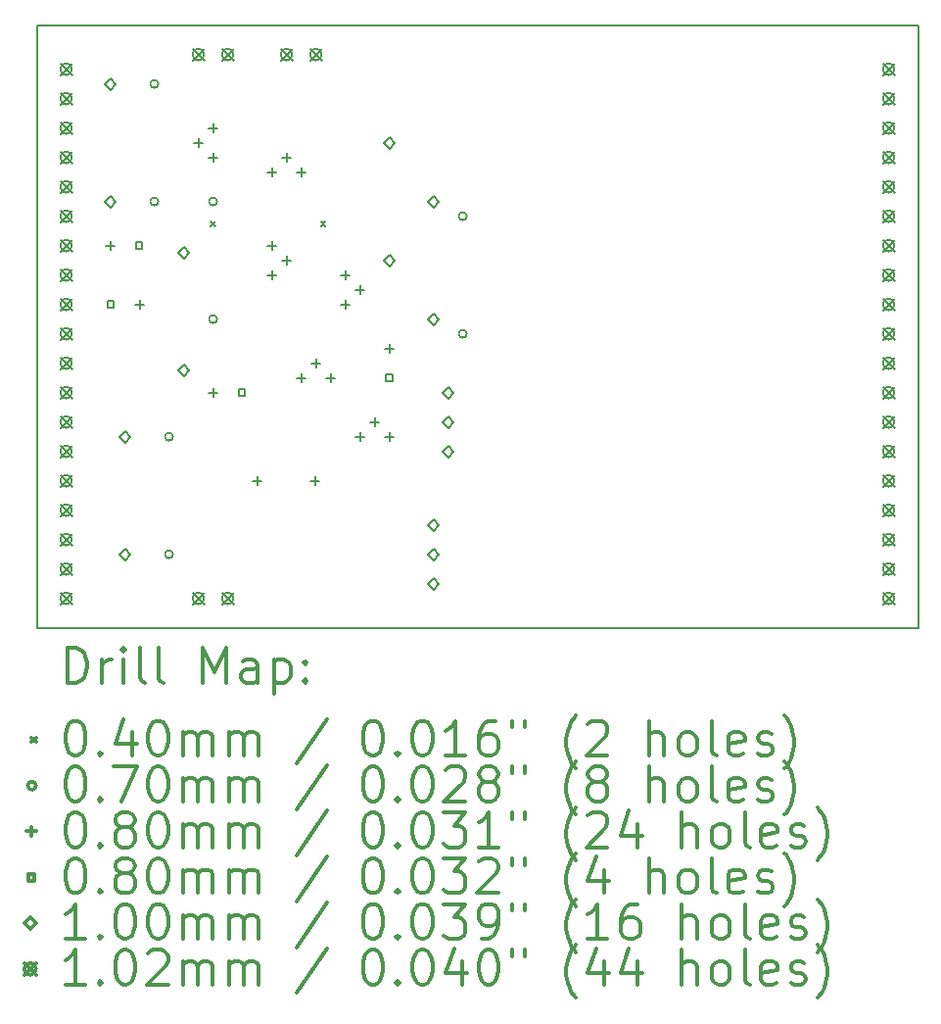
<source format=gbr>
%FSLAX45Y45*%
G04 Gerber Fmt 4.5, Leading zero omitted, Abs format (unit mm)*
G04 Created by KiCad (PCBNEW 4.0.3+e1-6302~38~ubuntu16.04.1-stable) date Thu Aug 25 12:28:59 2016*
%MOMM*%
%LPD*%
G01*
G04 APERTURE LIST*
%ADD10C,0.127000*%
%ADD11C,0.150000*%
%ADD12C,0.200000*%
%ADD13C,0.300000*%
G04 APERTURE END LIST*
D10*
D11*
X11557000Y-12954000D02*
X10287000Y-12954000D01*
X11557000Y-7747000D02*
X11557000Y-12954000D01*
X3937000Y-7747000D02*
X11557000Y-7747000D01*
X10287000Y-12954000D02*
X3937000Y-12954000D01*
X3937000Y-7747000D02*
X3937000Y-12954000D01*
D12*
X5441000Y-9441500D02*
X5481000Y-9481500D01*
X5481000Y-9441500D02*
X5441000Y-9481500D01*
X6393500Y-9441500D02*
X6433500Y-9481500D01*
X6433500Y-9441500D02*
X6393500Y-9481500D01*
X4988306Y-8255052D02*
G75*
G03X4988306Y-8255052I-35052J0D01*
G01*
X4988306Y-9271052D02*
G75*
G03X4988306Y-9271052I-35052J0D01*
G01*
X5115306Y-11303052D02*
G75*
G03X5115306Y-11303052I-35052J0D01*
G01*
X5115306Y-12319052D02*
G75*
G03X5115306Y-12319052I-35052J0D01*
G01*
X5496306Y-9271052D02*
G75*
G03X5496306Y-9271052I-35052J0D01*
G01*
X5496306Y-10287052D02*
G75*
G03X5496306Y-10287052I-35052J0D01*
G01*
X7655306Y-9398052D02*
G75*
G03X7655306Y-9398052I-35052J0D01*
G01*
X7655306Y-10414052D02*
G75*
G03X7655306Y-10414052I-35052J0D01*
G01*
X4572000Y-9612000D02*
X4572000Y-9692000D01*
X4532000Y-9652000D02*
X4612000Y-9652000D01*
X4826000Y-10120000D02*
X4826000Y-10200000D01*
X4786000Y-10160000D02*
X4866000Y-10160000D01*
X5334000Y-8723000D02*
X5334000Y-8803000D01*
X5294000Y-8763000D02*
X5374000Y-8763000D01*
X5461000Y-8596000D02*
X5461000Y-8676000D01*
X5421000Y-8636000D02*
X5501000Y-8636000D01*
X5461000Y-8850000D02*
X5461000Y-8930000D01*
X5421000Y-8890000D02*
X5501000Y-8890000D01*
X5461000Y-10882000D02*
X5461000Y-10962000D01*
X5421000Y-10922000D02*
X5501000Y-10922000D01*
X5842000Y-11644000D02*
X5842000Y-11724000D01*
X5802000Y-11684000D02*
X5882000Y-11684000D01*
X5969000Y-8977000D02*
X5969000Y-9057000D01*
X5929000Y-9017000D02*
X6009000Y-9017000D01*
X5969000Y-9612000D02*
X5969000Y-9692000D01*
X5929000Y-9652000D02*
X6009000Y-9652000D01*
X5969000Y-9866000D02*
X5969000Y-9946000D01*
X5929000Y-9906000D02*
X6009000Y-9906000D01*
X6096000Y-8850000D02*
X6096000Y-8930000D01*
X6056000Y-8890000D02*
X6136000Y-8890000D01*
X6096000Y-9739000D02*
X6096000Y-9819000D01*
X6056000Y-9779000D02*
X6136000Y-9779000D01*
X6223000Y-8977000D02*
X6223000Y-9057000D01*
X6183000Y-9017000D02*
X6263000Y-9017000D01*
X6223000Y-10755000D02*
X6223000Y-10835000D01*
X6183000Y-10795000D02*
X6263000Y-10795000D01*
X6342000Y-11644000D02*
X6342000Y-11724000D01*
X6302000Y-11684000D02*
X6382000Y-11684000D01*
X6350000Y-10628000D02*
X6350000Y-10708000D01*
X6310000Y-10668000D02*
X6390000Y-10668000D01*
X6477000Y-10755000D02*
X6477000Y-10835000D01*
X6437000Y-10795000D02*
X6517000Y-10795000D01*
X6604000Y-9866000D02*
X6604000Y-9946000D01*
X6564000Y-9906000D02*
X6644000Y-9906000D01*
X6604000Y-10120000D02*
X6604000Y-10200000D01*
X6564000Y-10160000D02*
X6644000Y-10160000D01*
X6731000Y-9993000D02*
X6731000Y-10073000D01*
X6691000Y-10033000D02*
X6771000Y-10033000D01*
X6731000Y-11263000D02*
X6731000Y-11343000D01*
X6691000Y-11303000D02*
X6771000Y-11303000D01*
X6858000Y-11136000D02*
X6858000Y-11216000D01*
X6818000Y-11176000D02*
X6898000Y-11176000D01*
X6985000Y-10501000D02*
X6985000Y-10581000D01*
X6945000Y-10541000D02*
X7025000Y-10541000D01*
X6985000Y-11263000D02*
X6985000Y-11343000D01*
X6945000Y-11303000D02*
X7025000Y-11303000D01*
X4604288Y-10188288D02*
X4604288Y-10131712D01*
X4547712Y-10131712D01*
X4547712Y-10188288D01*
X4604288Y-10188288D01*
X4850288Y-9680288D02*
X4850288Y-9623712D01*
X4793712Y-9623712D01*
X4793712Y-9680288D01*
X4850288Y-9680288D01*
X5739288Y-10950288D02*
X5739288Y-10893712D01*
X5682712Y-10893712D01*
X5682712Y-10950288D01*
X5739288Y-10950288D01*
X7013288Y-10819288D02*
X7013288Y-10762712D01*
X6956712Y-10762712D01*
X6956712Y-10819288D01*
X7013288Y-10819288D01*
X4572000Y-8305038D02*
X4622038Y-8255000D01*
X4572000Y-8204962D01*
X4521962Y-8255000D01*
X4572000Y-8305038D01*
X4572000Y-9321038D02*
X4622038Y-9271000D01*
X4572000Y-9220962D01*
X4521962Y-9271000D01*
X4572000Y-9321038D01*
X4699000Y-11353038D02*
X4749038Y-11303000D01*
X4699000Y-11252962D01*
X4648962Y-11303000D01*
X4699000Y-11353038D01*
X4699000Y-12369038D02*
X4749038Y-12319000D01*
X4699000Y-12268962D01*
X4648962Y-12319000D01*
X4699000Y-12369038D01*
X5207000Y-9765538D02*
X5257038Y-9715500D01*
X5207000Y-9665462D01*
X5156962Y-9715500D01*
X5207000Y-9765538D01*
X5207000Y-10781538D02*
X5257038Y-10731500D01*
X5207000Y-10681462D01*
X5156962Y-10731500D01*
X5207000Y-10781538D01*
X6985000Y-8813038D02*
X7035038Y-8763000D01*
X6985000Y-8712962D01*
X6934962Y-8763000D01*
X6985000Y-8813038D01*
X6985000Y-9829038D02*
X7035038Y-9779000D01*
X6985000Y-9728962D01*
X6934962Y-9779000D01*
X6985000Y-9829038D01*
X7366000Y-9321038D02*
X7416038Y-9271000D01*
X7366000Y-9220962D01*
X7315962Y-9271000D01*
X7366000Y-9321038D01*
X7366000Y-10337038D02*
X7416038Y-10287000D01*
X7366000Y-10236962D01*
X7315962Y-10287000D01*
X7366000Y-10337038D01*
X7366000Y-12115038D02*
X7416038Y-12065000D01*
X7366000Y-12014962D01*
X7315962Y-12065000D01*
X7366000Y-12115038D01*
X7366000Y-12369038D02*
X7416038Y-12319000D01*
X7366000Y-12268962D01*
X7315962Y-12319000D01*
X7366000Y-12369038D01*
X7366000Y-12623038D02*
X7416038Y-12573000D01*
X7366000Y-12522962D01*
X7315962Y-12573000D01*
X7366000Y-12623038D01*
X7493000Y-10972038D02*
X7543038Y-10922000D01*
X7493000Y-10871962D01*
X7442962Y-10922000D01*
X7493000Y-10972038D01*
X7493000Y-11226038D02*
X7543038Y-11176000D01*
X7493000Y-11125962D01*
X7442962Y-11176000D01*
X7493000Y-11226038D01*
X7493000Y-11480038D02*
X7543038Y-11430000D01*
X7493000Y-11379962D01*
X7442962Y-11430000D01*
X7493000Y-11480038D01*
X4140200Y-8077200D02*
X4241800Y-8178800D01*
X4241800Y-8077200D02*
X4140200Y-8178800D01*
X4241800Y-8128000D02*
G75*
G03X4241800Y-8128000I-50800J0D01*
G01*
X4140200Y-8331200D02*
X4241800Y-8432800D01*
X4241800Y-8331200D02*
X4140200Y-8432800D01*
X4241800Y-8382000D02*
G75*
G03X4241800Y-8382000I-50800J0D01*
G01*
X4140200Y-8585200D02*
X4241800Y-8686800D01*
X4241800Y-8585200D02*
X4140200Y-8686800D01*
X4241800Y-8636000D02*
G75*
G03X4241800Y-8636000I-50800J0D01*
G01*
X4140200Y-8839200D02*
X4241800Y-8940800D01*
X4241800Y-8839200D02*
X4140200Y-8940800D01*
X4241800Y-8890000D02*
G75*
G03X4241800Y-8890000I-50800J0D01*
G01*
X4140200Y-9093200D02*
X4241800Y-9194800D01*
X4241800Y-9093200D02*
X4140200Y-9194800D01*
X4241800Y-9144000D02*
G75*
G03X4241800Y-9144000I-50800J0D01*
G01*
X4140200Y-9347200D02*
X4241800Y-9448800D01*
X4241800Y-9347200D02*
X4140200Y-9448800D01*
X4241800Y-9398000D02*
G75*
G03X4241800Y-9398000I-50800J0D01*
G01*
X4140200Y-9601200D02*
X4241800Y-9702800D01*
X4241800Y-9601200D02*
X4140200Y-9702800D01*
X4241800Y-9652000D02*
G75*
G03X4241800Y-9652000I-50800J0D01*
G01*
X4140200Y-9855200D02*
X4241800Y-9956800D01*
X4241800Y-9855200D02*
X4140200Y-9956800D01*
X4241800Y-9906000D02*
G75*
G03X4241800Y-9906000I-50800J0D01*
G01*
X4140200Y-10109200D02*
X4241800Y-10210800D01*
X4241800Y-10109200D02*
X4140200Y-10210800D01*
X4241800Y-10160000D02*
G75*
G03X4241800Y-10160000I-50800J0D01*
G01*
X4140200Y-10363200D02*
X4241800Y-10464800D01*
X4241800Y-10363200D02*
X4140200Y-10464800D01*
X4241800Y-10414000D02*
G75*
G03X4241800Y-10414000I-50800J0D01*
G01*
X4140200Y-10617200D02*
X4241800Y-10718800D01*
X4241800Y-10617200D02*
X4140200Y-10718800D01*
X4241800Y-10668000D02*
G75*
G03X4241800Y-10668000I-50800J0D01*
G01*
X4140200Y-10871200D02*
X4241800Y-10972800D01*
X4241800Y-10871200D02*
X4140200Y-10972800D01*
X4241800Y-10922000D02*
G75*
G03X4241800Y-10922000I-50800J0D01*
G01*
X4140200Y-11125200D02*
X4241800Y-11226800D01*
X4241800Y-11125200D02*
X4140200Y-11226800D01*
X4241800Y-11176000D02*
G75*
G03X4241800Y-11176000I-50800J0D01*
G01*
X4140200Y-11379200D02*
X4241800Y-11480800D01*
X4241800Y-11379200D02*
X4140200Y-11480800D01*
X4241800Y-11430000D02*
G75*
G03X4241800Y-11430000I-50800J0D01*
G01*
X4140200Y-11633200D02*
X4241800Y-11734800D01*
X4241800Y-11633200D02*
X4140200Y-11734800D01*
X4241800Y-11684000D02*
G75*
G03X4241800Y-11684000I-50800J0D01*
G01*
X4140200Y-11887200D02*
X4241800Y-11988800D01*
X4241800Y-11887200D02*
X4140200Y-11988800D01*
X4241800Y-11938000D02*
G75*
G03X4241800Y-11938000I-50800J0D01*
G01*
X4140200Y-12141200D02*
X4241800Y-12242800D01*
X4241800Y-12141200D02*
X4140200Y-12242800D01*
X4241800Y-12192000D02*
G75*
G03X4241800Y-12192000I-50800J0D01*
G01*
X4140200Y-12395200D02*
X4241800Y-12496800D01*
X4241800Y-12395200D02*
X4140200Y-12496800D01*
X4241800Y-12446000D02*
G75*
G03X4241800Y-12446000I-50800J0D01*
G01*
X4140200Y-12649200D02*
X4241800Y-12750800D01*
X4241800Y-12649200D02*
X4140200Y-12750800D01*
X4241800Y-12700000D02*
G75*
G03X4241800Y-12700000I-50800J0D01*
G01*
X5283200Y-7950200D02*
X5384800Y-8051800D01*
X5384800Y-7950200D02*
X5283200Y-8051800D01*
X5384800Y-8001000D02*
G75*
G03X5384800Y-8001000I-50800J0D01*
G01*
X5283200Y-12649200D02*
X5384800Y-12750800D01*
X5384800Y-12649200D02*
X5283200Y-12750800D01*
X5384800Y-12700000D02*
G75*
G03X5384800Y-12700000I-50800J0D01*
G01*
X5537200Y-7950200D02*
X5638800Y-8051800D01*
X5638800Y-7950200D02*
X5537200Y-8051800D01*
X5638800Y-8001000D02*
G75*
G03X5638800Y-8001000I-50800J0D01*
G01*
X5537200Y-12649200D02*
X5638800Y-12750800D01*
X5638800Y-12649200D02*
X5537200Y-12750800D01*
X5638800Y-12700000D02*
G75*
G03X5638800Y-12700000I-50800J0D01*
G01*
X6045200Y-7950200D02*
X6146800Y-8051800D01*
X6146800Y-7950200D02*
X6045200Y-8051800D01*
X6146800Y-8001000D02*
G75*
G03X6146800Y-8001000I-50800J0D01*
G01*
X6299200Y-7950200D02*
X6400800Y-8051800D01*
X6400800Y-7950200D02*
X6299200Y-8051800D01*
X6400800Y-8001000D02*
G75*
G03X6400800Y-8001000I-50800J0D01*
G01*
X11252200Y-8077200D02*
X11353800Y-8178800D01*
X11353800Y-8077200D02*
X11252200Y-8178800D01*
X11353800Y-8128000D02*
G75*
G03X11353800Y-8128000I-50800J0D01*
G01*
X11252200Y-8331200D02*
X11353800Y-8432800D01*
X11353800Y-8331200D02*
X11252200Y-8432800D01*
X11353800Y-8382000D02*
G75*
G03X11353800Y-8382000I-50800J0D01*
G01*
X11252200Y-8585200D02*
X11353800Y-8686800D01*
X11353800Y-8585200D02*
X11252200Y-8686800D01*
X11353800Y-8636000D02*
G75*
G03X11353800Y-8636000I-50800J0D01*
G01*
X11252200Y-8839200D02*
X11353800Y-8940800D01*
X11353800Y-8839200D02*
X11252200Y-8940800D01*
X11353800Y-8890000D02*
G75*
G03X11353800Y-8890000I-50800J0D01*
G01*
X11252200Y-9093200D02*
X11353800Y-9194800D01*
X11353800Y-9093200D02*
X11252200Y-9194800D01*
X11353800Y-9144000D02*
G75*
G03X11353800Y-9144000I-50800J0D01*
G01*
X11252200Y-9347200D02*
X11353800Y-9448800D01*
X11353800Y-9347200D02*
X11252200Y-9448800D01*
X11353800Y-9398000D02*
G75*
G03X11353800Y-9398000I-50800J0D01*
G01*
X11252200Y-9601200D02*
X11353800Y-9702800D01*
X11353800Y-9601200D02*
X11252200Y-9702800D01*
X11353800Y-9652000D02*
G75*
G03X11353800Y-9652000I-50800J0D01*
G01*
X11252200Y-9855200D02*
X11353800Y-9956800D01*
X11353800Y-9855200D02*
X11252200Y-9956800D01*
X11353800Y-9906000D02*
G75*
G03X11353800Y-9906000I-50800J0D01*
G01*
X11252200Y-10109200D02*
X11353800Y-10210800D01*
X11353800Y-10109200D02*
X11252200Y-10210800D01*
X11353800Y-10160000D02*
G75*
G03X11353800Y-10160000I-50800J0D01*
G01*
X11252200Y-10363200D02*
X11353800Y-10464800D01*
X11353800Y-10363200D02*
X11252200Y-10464800D01*
X11353800Y-10414000D02*
G75*
G03X11353800Y-10414000I-50800J0D01*
G01*
X11252200Y-10617200D02*
X11353800Y-10718800D01*
X11353800Y-10617200D02*
X11252200Y-10718800D01*
X11353800Y-10668000D02*
G75*
G03X11353800Y-10668000I-50800J0D01*
G01*
X11252200Y-10871200D02*
X11353800Y-10972800D01*
X11353800Y-10871200D02*
X11252200Y-10972800D01*
X11353800Y-10922000D02*
G75*
G03X11353800Y-10922000I-50800J0D01*
G01*
X11252200Y-11125200D02*
X11353800Y-11226800D01*
X11353800Y-11125200D02*
X11252200Y-11226800D01*
X11353800Y-11176000D02*
G75*
G03X11353800Y-11176000I-50800J0D01*
G01*
X11252200Y-11379200D02*
X11353800Y-11480800D01*
X11353800Y-11379200D02*
X11252200Y-11480800D01*
X11353800Y-11430000D02*
G75*
G03X11353800Y-11430000I-50800J0D01*
G01*
X11252200Y-11633200D02*
X11353800Y-11734800D01*
X11353800Y-11633200D02*
X11252200Y-11734800D01*
X11353800Y-11684000D02*
G75*
G03X11353800Y-11684000I-50800J0D01*
G01*
X11252200Y-11887200D02*
X11353800Y-11988800D01*
X11353800Y-11887200D02*
X11252200Y-11988800D01*
X11353800Y-11938000D02*
G75*
G03X11353800Y-11938000I-50800J0D01*
G01*
X11252200Y-12141200D02*
X11353800Y-12242800D01*
X11353800Y-12141200D02*
X11252200Y-12242800D01*
X11353800Y-12192000D02*
G75*
G03X11353800Y-12192000I-50800J0D01*
G01*
X11252200Y-12395200D02*
X11353800Y-12496800D01*
X11353800Y-12395200D02*
X11252200Y-12496800D01*
X11353800Y-12446000D02*
G75*
G03X11353800Y-12446000I-50800J0D01*
G01*
X11252200Y-12649200D02*
X11353800Y-12750800D01*
X11353800Y-12649200D02*
X11252200Y-12750800D01*
X11353800Y-12700000D02*
G75*
G03X11353800Y-12700000I-50800J0D01*
G01*
D13*
X4200929Y-13427214D02*
X4200929Y-13127214D01*
X4272357Y-13127214D01*
X4315214Y-13141500D01*
X4343786Y-13170071D01*
X4358071Y-13198643D01*
X4372357Y-13255786D01*
X4372357Y-13298643D01*
X4358071Y-13355786D01*
X4343786Y-13384357D01*
X4315214Y-13412929D01*
X4272357Y-13427214D01*
X4200929Y-13427214D01*
X4500929Y-13427214D02*
X4500929Y-13227214D01*
X4500929Y-13284357D02*
X4515214Y-13255786D01*
X4529500Y-13241500D01*
X4558071Y-13227214D01*
X4586643Y-13227214D01*
X4686643Y-13427214D02*
X4686643Y-13227214D01*
X4686643Y-13127214D02*
X4672357Y-13141500D01*
X4686643Y-13155786D01*
X4700929Y-13141500D01*
X4686643Y-13127214D01*
X4686643Y-13155786D01*
X4872357Y-13427214D02*
X4843786Y-13412929D01*
X4829500Y-13384357D01*
X4829500Y-13127214D01*
X5029500Y-13427214D02*
X5000929Y-13412929D01*
X4986643Y-13384357D01*
X4986643Y-13127214D01*
X5372357Y-13427214D02*
X5372357Y-13127214D01*
X5472357Y-13341500D01*
X5572357Y-13127214D01*
X5572357Y-13427214D01*
X5843786Y-13427214D02*
X5843786Y-13270071D01*
X5829500Y-13241500D01*
X5800928Y-13227214D01*
X5743786Y-13227214D01*
X5715214Y-13241500D01*
X5843786Y-13412929D02*
X5815214Y-13427214D01*
X5743786Y-13427214D01*
X5715214Y-13412929D01*
X5700928Y-13384357D01*
X5700928Y-13355786D01*
X5715214Y-13327214D01*
X5743786Y-13312929D01*
X5815214Y-13312929D01*
X5843786Y-13298643D01*
X5986643Y-13227214D02*
X5986643Y-13527214D01*
X5986643Y-13241500D02*
X6015214Y-13227214D01*
X6072357Y-13227214D01*
X6100928Y-13241500D01*
X6115214Y-13255786D01*
X6129500Y-13284357D01*
X6129500Y-13370071D01*
X6115214Y-13398643D01*
X6100928Y-13412929D01*
X6072357Y-13427214D01*
X6015214Y-13427214D01*
X5986643Y-13412929D01*
X6258071Y-13398643D02*
X6272357Y-13412929D01*
X6258071Y-13427214D01*
X6243786Y-13412929D01*
X6258071Y-13398643D01*
X6258071Y-13427214D01*
X6258071Y-13241500D02*
X6272357Y-13255786D01*
X6258071Y-13270071D01*
X6243786Y-13255786D01*
X6258071Y-13241500D01*
X6258071Y-13270071D01*
X3889500Y-13901500D02*
X3929500Y-13941500D01*
X3929500Y-13901500D02*
X3889500Y-13941500D01*
X4258071Y-13757214D02*
X4286643Y-13757214D01*
X4315214Y-13771500D01*
X4329500Y-13785786D01*
X4343786Y-13814357D01*
X4358071Y-13871500D01*
X4358071Y-13942929D01*
X4343786Y-14000071D01*
X4329500Y-14028643D01*
X4315214Y-14042929D01*
X4286643Y-14057214D01*
X4258071Y-14057214D01*
X4229500Y-14042929D01*
X4215214Y-14028643D01*
X4200929Y-14000071D01*
X4186643Y-13942929D01*
X4186643Y-13871500D01*
X4200929Y-13814357D01*
X4215214Y-13785786D01*
X4229500Y-13771500D01*
X4258071Y-13757214D01*
X4486643Y-14028643D02*
X4500929Y-14042929D01*
X4486643Y-14057214D01*
X4472357Y-14042929D01*
X4486643Y-14028643D01*
X4486643Y-14057214D01*
X4758071Y-13857214D02*
X4758071Y-14057214D01*
X4686643Y-13742929D02*
X4615214Y-13957214D01*
X4800928Y-13957214D01*
X4972357Y-13757214D02*
X5000929Y-13757214D01*
X5029500Y-13771500D01*
X5043786Y-13785786D01*
X5058071Y-13814357D01*
X5072357Y-13871500D01*
X5072357Y-13942929D01*
X5058071Y-14000071D01*
X5043786Y-14028643D01*
X5029500Y-14042929D01*
X5000929Y-14057214D01*
X4972357Y-14057214D01*
X4943786Y-14042929D01*
X4929500Y-14028643D01*
X4915214Y-14000071D01*
X4900929Y-13942929D01*
X4900929Y-13871500D01*
X4915214Y-13814357D01*
X4929500Y-13785786D01*
X4943786Y-13771500D01*
X4972357Y-13757214D01*
X5200929Y-14057214D02*
X5200929Y-13857214D01*
X5200929Y-13885786D02*
X5215214Y-13871500D01*
X5243786Y-13857214D01*
X5286643Y-13857214D01*
X5315214Y-13871500D01*
X5329500Y-13900071D01*
X5329500Y-14057214D01*
X5329500Y-13900071D02*
X5343786Y-13871500D01*
X5372357Y-13857214D01*
X5415214Y-13857214D01*
X5443786Y-13871500D01*
X5458071Y-13900071D01*
X5458071Y-14057214D01*
X5600928Y-14057214D02*
X5600928Y-13857214D01*
X5600928Y-13885786D02*
X5615214Y-13871500D01*
X5643786Y-13857214D01*
X5686643Y-13857214D01*
X5715214Y-13871500D01*
X5729500Y-13900071D01*
X5729500Y-14057214D01*
X5729500Y-13900071D02*
X5743786Y-13871500D01*
X5772357Y-13857214D01*
X5815214Y-13857214D01*
X5843786Y-13871500D01*
X5858071Y-13900071D01*
X5858071Y-14057214D01*
X6443786Y-13742929D02*
X6186643Y-14128643D01*
X6829500Y-13757214D02*
X6858071Y-13757214D01*
X6886643Y-13771500D01*
X6900928Y-13785786D01*
X6915214Y-13814357D01*
X6929500Y-13871500D01*
X6929500Y-13942929D01*
X6915214Y-14000071D01*
X6900928Y-14028643D01*
X6886643Y-14042929D01*
X6858071Y-14057214D01*
X6829500Y-14057214D01*
X6800928Y-14042929D01*
X6786643Y-14028643D01*
X6772357Y-14000071D01*
X6758071Y-13942929D01*
X6758071Y-13871500D01*
X6772357Y-13814357D01*
X6786643Y-13785786D01*
X6800928Y-13771500D01*
X6829500Y-13757214D01*
X7058071Y-14028643D02*
X7072357Y-14042929D01*
X7058071Y-14057214D01*
X7043786Y-14042929D01*
X7058071Y-14028643D01*
X7058071Y-14057214D01*
X7258071Y-13757214D02*
X7286643Y-13757214D01*
X7315214Y-13771500D01*
X7329500Y-13785786D01*
X7343785Y-13814357D01*
X7358071Y-13871500D01*
X7358071Y-13942929D01*
X7343785Y-14000071D01*
X7329500Y-14028643D01*
X7315214Y-14042929D01*
X7286643Y-14057214D01*
X7258071Y-14057214D01*
X7229500Y-14042929D01*
X7215214Y-14028643D01*
X7200928Y-14000071D01*
X7186643Y-13942929D01*
X7186643Y-13871500D01*
X7200928Y-13814357D01*
X7215214Y-13785786D01*
X7229500Y-13771500D01*
X7258071Y-13757214D01*
X7643785Y-14057214D02*
X7472357Y-14057214D01*
X7558071Y-14057214D02*
X7558071Y-13757214D01*
X7529500Y-13800071D01*
X7500928Y-13828643D01*
X7472357Y-13842929D01*
X7900928Y-13757214D02*
X7843785Y-13757214D01*
X7815214Y-13771500D01*
X7800928Y-13785786D01*
X7772357Y-13828643D01*
X7758071Y-13885786D01*
X7758071Y-14000071D01*
X7772357Y-14028643D01*
X7786643Y-14042929D01*
X7815214Y-14057214D01*
X7872357Y-14057214D01*
X7900928Y-14042929D01*
X7915214Y-14028643D01*
X7929500Y-14000071D01*
X7929500Y-13928643D01*
X7915214Y-13900071D01*
X7900928Y-13885786D01*
X7872357Y-13871500D01*
X7815214Y-13871500D01*
X7786643Y-13885786D01*
X7772357Y-13900071D01*
X7758071Y-13928643D01*
X8043786Y-13757214D02*
X8043786Y-13814357D01*
X8158071Y-13757214D02*
X8158071Y-13814357D01*
X8600928Y-14171500D02*
X8586643Y-14157214D01*
X8558071Y-14114357D01*
X8543786Y-14085786D01*
X8529500Y-14042929D01*
X8515214Y-13971500D01*
X8515214Y-13914357D01*
X8529500Y-13842929D01*
X8543786Y-13800071D01*
X8558071Y-13771500D01*
X8586643Y-13728643D01*
X8600928Y-13714357D01*
X8700928Y-13785786D02*
X8715214Y-13771500D01*
X8743786Y-13757214D01*
X8815214Y-13757214D01*
X8843786Y-13771500D01*
X8858071Y-13785786D01*
X8872357Y-13814357D01*
X8872357Y-13842929D01*
X8858071Y-13885786D01*
X8686643Y-14057214D01*
X8872357Y-14057214D01*
X9229500Y-14057214D02*
X9229500Y-13757214D01*
X9358071Y-14057214D02*
X9358071Y-13900071D01*
X9343786Y-13871500D01*
X9315214Y-13857214D01*
X9272357Y-13857214D01*
X9243786Y-13871500D01*
X9229500Y-13885786D01*
X9543786Y-14057214D02*
X9515214Y-14042929D01*
X9500928Y-14028643D01*
X9486643Y-14000071D01*
X9486643Y-13914357D01*
X9500928Y-13885786D01*
X9515214Y-13871500D01*
X9543786Y-13857214D01*
X9586643Y-13857214D01*
X9615214Y-13871500D01*
X9629500Y-13885786D01*
X9643786Y-13914357D01*
X9643786Y-14000071D01*
X9629500Y-14028643D01*
X9615214Y-14042929D01*
X9586643Y-14057214D01*
X9543786Y-14057214D01*
X9815214Y-14057214D02*
X9786643Y-14042929D01*
X9772357Y-14014357D01*
X9772357Y-13757214D01*
X10043786Y-14042929D02*
X10015214Y-14057214D01*
X9958071Y-14057214D01*
X9929500Y-14042929D01*
X9915214Y-14014357D01*
X9915214Y-13900071D01*
X9929500Y-13871500D01*
X9958071Y-13857214D01*
X10015214Y-13857214D01*
X10043786Y-13871500D01*
X10058071Y-13900071D01*
X10058071Y-13928643D01*
X9915214Y-13957214D01*
X10172357Y-14042929D02*
X10200929Y-14057214D01*
X10258071Y-14057214D01*
X10286643Y-14042929D01*
X10300929Y-14014357D01*
X10300929Y-14000071D01*
X10286643Y-13971500D01*
X10258071Y-13957214D01*
X10215214Y-13957214D01*
X10186643Y-13942929D01*
X10172357Y-13914357D01*
X10172357Y-13900071D01*
X10186643Y-13871500D01*
X10215214Y-13857214D01*
X10258071Y-13857214D01*
X10286643Y-13871500D01*
X10400928Y-14171500D02*
X10415214Y-14157214D01*
X10443786Y-14114357D01*
X10458071Y-14085786D01*
X10472357Y-14042929D01*
X10486643Y-13971500D01*
X10486643Y-13914357D01*
X10472357Y-13842929D01*
X10458071Y-13800071D01*
X10443786Y-13771500D01*
X10415214Y-13728643D01*
X10400928Y-13714357D01*
X3929500Y-14317500D02*
G75*
G03X3929500Y-14317500I-35052J0D01*
G01*
X4258071Y-14153214D02*
X4286643Y-14153214D01*
X4315214Y-14167500D01*
X4329500Y-14181786D01*
X4343786Y-14210357D01*
X4358071Y-14267500D01*
X4358071Y-14338929D01*
X4343786Y-14396071D01*
X4329500Y-14424643D01*
X4315214Y-14438929D01*
X4286643Y-14453214D01*
X4258071Y-14453214D01*
X4229500Y-14438929D01*
X4215214Y-14424643D01*
X4200929Y-14396071D01*
X4186643Y-14338929D01*
X4186643Y-14267500D01*
X4200929Y-14210357D01*
X4215214Y-14181786D01*
X4229500Y-14167500D01*
X4258071Y-14153214D01*
X4486643Y-14424643D02*
X4500929Y-14438929D01*
X4486643Y-14453214D01*
X4472357Y-14438929D01*
X4486643Y-14424643D01*
X4486643Y-14453214D01*
X4600928Y-14153214D02*
X4800928Y-14153214D01*
X4672357Y-14453214D01*
X4972357Y-14153214D02*
X5000929Y-14153214D01*
X5029500Y-14167500D01*
X5043786Y-14181786D01*
X5058071Y-14210357D01*
X5072357Y-14267500D01*
X5072357Y-14338929D01*
X5058071Y-14396071D01*
X5043786Y-14424643D01*
X5029500Y-14438929D01*
X5000929Y-14453214D01*
X4972357Y-14453214D01*
X4943786Y-14438929D01*
X4929500Y-14424643D01*
X4915214Y-14396071D01*
X4900929Y-14338929D01*
X4900929Y-14267500D01*
X4915214Y-14210357D01*
X4929500Y-14181786D01*
X4943786Y-14167500D01*
X4972357Y-14153214D01*
X5200929Y-14453214D02*
X5200929Y-14253214D01*
X5200929Y-14281786D02*
X5215214Y-14267500D01*
X5243786Y-14253214D01*
X5286643Y-14253214D01*
X5315214Y-14267500D01*
X5329500Y-14296071D01*
X5329500Y-14453214D01*
X5329500Y-14296071D02*
X5343786Y-14267500D01*
X5372357Y-14253214D01*
X5415214Y-14253214D01*
X5443786Y-14267500D01*
X5458071Y-14296071D01*
X5458071Y-14453214D01*
X5600928Y-14453214D02*
X5600928Y-14253214D01*
X5600928Y-14281786D02*
X5615214Y-14267500D01*
X5643786Y-14253214D01*
X5686643Y-14253214D01*
X5715214Y-14267500D01*
X5729500Y-14296071D01*
X5729500Y-14453214D01*
X5729500Y-14296071D02*
X5743786Y-14267500D01*
X5772357Y-14253214D01*
X5815214Y-14253214D01*
X5843786Y-14267500D01*
X5858071Y-14296071D01*
X5858071Y-14453214D01*
X6443786Y-14138929D02*
X6186643Y-14524643D01*
X6829500Y-14153214D02*
X6858071Y-14153214D01*
X6886643Y-14167500D01*
X6900928Y-14181786D01*
X6915214Y-14210357D01*
X6929500Y-14267500D01*
X6929500Y-14338929D01*
X6915214Y-14396071D01*
X6900928Y-14424643D01*
X6886643Y-14438929D01*
X6858071Y-14453214D01*
X6829500Y-14453214D01*
X6800928Y-14438929D01*
X6786643Y-14424643D01*
X6772357Y-14396071D01*
X6758071Y-14338929D01*
X6758071Y-14267500D01*
X6772357Y-14210357D01*
X6786643Y-14181786D01*
X6800928Y-14167500D01*
X6829500Y-14153214D01*
X7058071Y-14424643D02*
X7072357Y-14438929D01*
X7058071Y-14453214D01*
X7043786Y-14438929D01*
X7058071Y-14424643D01*
X7058071Y-14453214D01*
X7258071Y-14153214D02*
X7286643Y-14153214D01*
X7315214Y-14167500D01*
X7329500Y-14181786D01*
X7343785Y-14210357D01*
X7358071Y-14267500D01*
X7358071Y-14338929D01*
X7343785Y-14396071D01*
X7329500Y-14424643D01*
X7315214Y-14438929D01*
X7286643Y-14453214D01*
X7258071Y-14453214D01*
X7229500Y-14438929D01*
X7215214Y-14424643D01*
X7200928Y-14396071D01*
X7186643Y-14338929D01*
X7186643Y-14267500D01*
X7200928Y-14210357D01*
X7215214Y-14181786D01*
X7229500Y-14167500D01*
X7258071Y-14153214D01*
X7472357Y-14181786D02*
X7486643Y-14167500D01*
X7515214Y-14153214D01*
X7586643Y-14153214D01*
X7615214Y-14167500D01*
X7629500Y-14181786D01*
X7643785Y-14210357D01*
X7643785Y-14238929D01*
X7629500Y-14281786D01*
X7458071Y-14453214D01*
X7643785Y-14453214D01*
X7815214Y-14281786D02*
X7786643Y-14267500D01*
X7772357Y-14253214D01*
X7758071Y-14224643D01*
X7758071Y-14210357D01*
X7772357Y-14181786D01*
X7786643Y-14167500D01*
X7815214Y-14153214D01*
X7872357Y-14153214D01*
X7900928Y-14167500D01*
X7915214Y-14181786D01*
X7929500Y-14210357D01*
X7929500Y-14224643D01*
X7915214Y-14253214D01*
X7900928Y-14267500D01*
X7872357Y-14281786D01*
X7815214Y-14281786D01*
X7786643Y-14296071D01*
X7772357Y-14310357D01*
X7758071Y-14338929D01*
X7758071Y-14396071D01*
X7772357Y-14424643D01*
X7786643Y-14438929D01*
X7815214Y-14453214D01*
X7872357Y-14453214D01*
X7900928Y-14438929D01*
X7915214Y-14424643D01*
X7929500Y-14396071D01*
X7929500Y-14338929D01*
X7915214Y-14310357D01*
X7900928Y-14296071D01*
X7872357Y-14281786D01*
X8043786Y-14153214D02*
X8043786Y-14210357D01*
X8158071Y-14153214D02*
X8158071Y-14210357D01*
X8600928Y-14567500D02*
X8586643Y-14553214D01*
X8558071Y-14510357D01*
X8543786Y-14481786D01*
X8529500Y-14438929D01*
X8515214Y-14367500D01*
X8515214Y-14310357D01*
X8529500Y-14238929D01*
X8543786Y-14196071D01*
X8558071Y-14167500D01*
X8586643Y-14124643D01*
X8600928Y-14110357D01*
X8758071Y-14281786D02*
X8729500Y-14267500D01*
X8715214Y-14253214D01*
X8700928Y-14224643D01*
X8700928Y-14210357D01*
X8715214Y-14181786D01*
X8729500Y-14167500D01*
X8758071Y-14153214D01*
X8815214Y-14153214D01*
X8843786Y-14167500D01*
X8858071Y-14181786D01*
X8872357Y-14210357D01*
X8872357Y-14224643D01*
X8858071Y-14253214D01*
X8843786Y-14267500D01*
X8815214Y-14281786D01*
X8758071Y-14281786D01*
X8729500Y-14296071D01*
X8715214Y-14310357D01*
X8700928Y-14338929D01*
X8700928Y-14396071D01*
X8715214Y-14424643D01*
X8729500Y-14438929D01*
X8758071Y-14453214D01*
X8815214Y-14453214D01*
X8843786Y-14438929D01*
X8858071Y-14424643D01*
X8872357Y-14396071D01*
X8872357Y-14338929D01*
X8858071Y-14310357D01*
X8843786Y-14296071D01*
X8815214Y-14281786D01*
X9229500Y-14453214D02*
X9229500Y-14153214D01*
X9358071Y-14453214D02*
X9358071Y-14296071D01*
X9343786Y-14267500D01*
X9315214Y-14253214D01*
X9272357Y-14253214D01*
X9243786Y-14267500D01*
X9229500Y-14281786D01*
X9543786Y-14453214D02*
X9515214Y-14438929D01*
X9500928Y-14424643D01*
X9486643Y-14396071D01*
X9486643Y-14310357D01*
X9500928Y-14281786D01*
X9515214Y-14267500D01*
X9543786Y-14253214D01*
X9586643Y-14253214D01*
X9615214Y-14267500D01*
X9629500Y-14281786D01*
X9643786Y-14310357D01*
X9643786Y-14396071D01*
X9629500Y-14424643D01*
X9615214Y-14438929D01*
X9586643Y-14453214D01*
X9543786Y-14453214D01*
X9815214Y-14453214D02*
X9786643Y-14438929D01*
X9772357Y-14410357D01*
X9772357Y-14153214D01*
X10043786Y-14438929D02*
X10015214Y-14453214D01*
X9958071Y-14453214D01*
X9929500Y-14438929D01*
X9915214Y-14410357D01*
X9915214Y-14296071D01*
X9929500Y-14267500D01*
X9958071Y-14253214D01*
X10015214Y-14253214D01*
X10043786Y-14267500D01*
X10058071Y-14296071D01*
X10058071Y-14324643D01*
X9915214Y-14353214D01*
X10172357Y-14438929D02*
X10200929Y-14453214D01*
X10258071Y-14453214D01*
X10286643Y-14438929D01*
X10300929Y-14410357D01*
X10300929Y-14396071D01*
X10286643Y-14367500D01*
X10258071Y-14353214D01*
X10215214Y-14353214D01*
X10186643Y-14338929D01*
X10172357Y-14310357D01*
X10172357Y-14296071D01*
X10186643Y-14267500D01*
X10215214Y-14253214D01*
X10258071Y-14253214D01*
X10286643Y-14267500D01*
X10400928Y-14567500D02*
X10415214Y-14553214D01*
X10443786Y-14510357D01*
X10458071Y-14481786D01*
X10472357Y-14438929D01*
X10486643Y-14367500D01*
X10486643Y-14310357D01*
X10472357Y-14238929D01*
X10458071Y-14196071D01*
X10443786Y-14167500D01*
X10415214Y-14124643D01*
X10400928Y-14110357D01*
X3889500Y-14673500D02*
X3889500Y-14753500D01*
X3849500Y-14713500D02*
X3929500Y-14713500D01*
X4258071Y-14549214D02*
X4286643Y-14549214D01*
X4315214Y-14563500D01*
X4329500Y-14577786D01*
X4343786Y-14606357D01*
X4358071Y-14663500D01*
X4358071Y-14734929D01*
X4343786Y-14792071D01*
X4329500Y-14820643D01*
X4315214Y-14834929D01*
X4286643Y-14849214D01*
X4258071Y-14849214D01*
X4229500Y-14834929D01*
X4215214Y-14820643D01*
X4200929Y-14792071D01*
X4186643Y-14734929D01*
X4186643Y-14663500D01*
X4200929Y-14606357D01*
X4215214Y-14577786D01*
X4229500Y-14563500D01*
X4258071Y-14549214D01*
X4486643Y-14820643D02*
X4500929Y-14834929D01*
X4486643Y-14849214D01*
X4472357Y-14834929D01*
X4486643Y-14820643D01*
X4486643Y-14849214D01*
X4672357Y-14677786D02*
X4643786Y-14663500D01*
X4629500Y-14649214D01*
X4615214Y-14620643D01*
X4615214Y-14606357D01*
X4629500Y-14577786D01*
X4643786Y-14563500D01*
X4672357Y-14549214D01*
X4729500Y-14549214D01*
X4758071Y-14563500D01*
X4772357Y-14577786D01*
X4786643Y-14606357D01*
X4786643Y-14620643D01*
X4772357Y-14649214D01*
X4758071Y-14663500D01*
X4729500Y-14677786D01*
X4672357Y-14677786D01*
X4643786Y-14692071D01*
X4629500Y-14706357D01*
X4615214Y-14734929D01*
X4615214Y-14792071D01*
X4629500Y-14820643D01*
X4643786Y-14834929D01*
X4672357Y-14849214D01*
X4729500Y-14849214D01*
X4758071Y-14834929D01*
X4772357Y-14820643D01*
X4786643Y-14792071D01*
X4786643Y-14734929D01*
X4772357Y-14706357D01*
X4758071Y-14692071D01*
X4729500Y-14677786D01*
X4972357Y-14549214D02*
X5000929Y-14549214D01*
X5029500Y-14563500D01*
X5043786Y-14577786D01*
X5058071Y-14606357D01*
X5072357Y-14663500D01*
X5072357Y-14734929D01*
X5058071Y-14792071D01*
X5043786Y-14820643D01*
X5029500Y-14834929D01*
X5000929Y-14849214D01*
X4972357Y-14849214D01*
X4943786Y-14834929D01*
X4929500Y-14820643D01*
X4915214Y-14792071D01*
X4900929Y-14734929D01*
X4900929Y-14663500D01*
X4915214Y-14606357D01*
X4929500Y-14577786D01*
X4943786Y-14563500D01*
X4972357Y-14549214D01*
X5200929Y-14849214D02*
X5200929Y-14649214D01*
X5200929Y-14677786D02*
X5215214Y-14663500D01*
X5243786Y-14649214D01*
X5286643Y-14649214D01*
X5315214Y-14663500D01*
X5329500Y-14692071D01*
X5329500Y-14849214D01*
X5329500Y-14692071D02*
X5343786Y-14663500D01*
X5372357Y-14649214D01*
X5415214Y-14649214D01*
X5443786Y-14663500D01*
X5458071Y-14692071D01*
X5458071Y-14849214D01*
X5600928Y-14849214D02*
X5600928Y-14649214D01*
X5600928Y-14677786D02*
X5615214Y-14663500D01*
X5643786Y-14649214D01*
X5686643Y-14649214D01*
X5715214Y-14663500D01*
X5729500Y-14692071D01*
X5729500Y-14849214D01*
X5729500Y-14692071D02*
X5743786Y-14663500D01*
X5772357Y-14649214D01*
X5815214Y-14649214D01*
X5843786Y-14663500D01*
X5858071Y-14692071D01*
X5858071Y-14849214D01*
X6443786Y-14534929D02*
X6186643Y-14920643D01*
X6829500Y-14549214D02*
X6858071Y-14549214D01*
X6886643Y-14563500D01*
X6900928Y-14577786D01*
X6915214Y-14606357D01*
X6929500Y-14663500D01*
X6929500Y-14734929D01*
X6915214Y-14792071D01*
X6900928Y-14820643D01*
X6886643Y-14834929D01*
X6858071Y-14849214D01*
X6829500Y-14849214D01*
X6800928Y-14834929D01*
X6786643Y-14820643D01*
X6772357Y-14792071D01*
X6758071Y-14734929D01*
X6758071Y-14663500D01*
X6772357Y-14606357D01*
X6786643Y-14577786D01*
X6800928Y-14563500D01*
X6829500Y-14549214D01*
X7058071Y-14820643D02*
X7072357Y-14834929D01*
X7058071Y-14849214D01*
X7043786Y-14834929D01*
X7058071Y-14820643D01*
X7058071Y-14849214D01*
X7258071Y-14549214D02*
X7286643Y-14549214D01*
X7315214Y-14563500D01*
X7329500Y-14577786D01*
X7343785Y-14606357D01*
X7358071Y-14663500D01*
X7358071Y-14734929D01*
X7343785Y-14792071D01*
X7329500Y-14820643D01*
X7315214Y-14834929D01*
X7286643Y-14849214D01*
X7258071Y-14849214D01*
X7229500Y-14834929D01*
X7215214Y-14820643D01*
X7200928Y-14792071D01*
X7186643Y-14734929D01*
X7186643Y-14663500D01*
X7200928Y-14606357D01*
X7215214Y-14577786D01*
X7229500Y-14563500D01*
X7258071Y-14549214D01*
X7458071Y-14549214D02*
X7643785Y-14549214D01*
X7543785Y-14663500D01*
X7586643Y-14663500D01*
X7615214Y-14677786D01*
X7629500Y-14692071D01*
X7643785Y-14720643D01*
X7643785Y-14792071D01*
X7629500Y-14820643D01*
X7615214Y-14834929D01*
X7586643Y-14849214D01*
X7500928Y-14849214D01*
X7472357Y-14834929D01*
X7458071Y-14820643D01*
X7929500Y-14849214D02*
X7758071Y-14849214D01*
X7843785Y-14849214D02*
X7843785Y-14549214D01*
X7815214Y-14592071D01*
X7786643Y-14620643D01*
X7758071Y-14634929D01*
X8043786Y-14549214D02*
X8043786Y-14606357D01*
X8158071Y-14549214D02*
X8158071Y-14606357D01*
X8600928Y-14963500D02*
X8586643Y-14949214D01*
X8558071Y-14906357D01*
X8543786Y-14877786D01*
X8529500Y-14834929D01*
X8515214Y-14763500D01*
X8515214Y-14706357D01*
X8529500Y-14634929D01*
X8543786Y-14592071D01*
X8558071Y-14563500D01*
X8586643Y-14520643D01*
X8600928Y-14506357D01*
X8700928Y-14577786D02*
X8715214Y-14563500D01*
X8743786Y-14549214D01*
X8815214Y-14549214D01*
X8843786Y-14563500D01*
X8858071Y-14577786D01*
X8872357Y-14606357D01*
X8872357Y-14634929D01*
X8858071Y-14677786D01*
X8686643Y-14849214D01*
X8872357Y-14849214D01*
X9129500Y-14649214D02*
X9129500Y-14849214D01*
X9058071Y-14534929D02*
X8986643Y-14749214D01*
X9172357Y-14749214D01*
X9515214Y-14849214D02*
X9515214Y-14549214D01*
X9643786Y-14849214D02*
X9643786Y-14692071D01*
X9629500Y-14663500D01*
X9600928Y-14649214D01*
X9558071Y-14649214D01*
X9529500Y-14663500D01*
X9515214Y-14677786D01*
X9829500Y-14849214D02*
X9800928Y-14834929D01*
X9786643Y-14820643D01*
X9772357Y-14792071D01*
X9772357Y-14706357D01*
X9786643Y-14677786D01*
X9800928Y-14663500D01*
X9829500Y-14649214D01*
X9872357Y-14649214D01*
X9900928Y-14663500D01*
X9915214Y-14677786D01*
X9929500Y-14706357D01*
X9929500Y-14792071D01*
X9915214Y-14820643D01*
X9900928Y-14834929D01*
X9872357Y-14849214D01*
X9829500Y-14849214D01*
X10100928Y-14849214D02*
X10072357Y-14834929D01*
X10058071Y-14806357D01*
X10058071Y-14549214D01*
X10329500Y-14834929D02*
X10300929Y-14849214D01*
X10243786Y-14849214D01*
X10215214Y-14834929D01*
X10200929Y-14806357D01*
X10200929Y-14692071D01*
X10215214Y-14663500D01*
X10243786Y-14649214D01*
X10300929Y-14649214D01*
X10329500Y-14663500D01*
X10343786Y-14692071D01*
X10343786Y-14720643D01*
X10200929Y-14749214D01*
X10458071Y-14834929D02*
X10486643Y-14849214D01*
X10543786Y-14849214D01*
X10572357Y-14834929D01*
X10586643Y-14806357D01*
X10586643Y-14792071D01*
X10572357Y-14763500D01*
X10543786Y-14749214D01*
X10500929Y-14749214D01*
X10472357Y-14734929D01*
X10458071Y-14706357D01*
X10458071Y-14692071D01*
X10472357Y-14663500D01*
X10500929Y-14649214D01*
X10543786Y-14649214D01*
X10572357Y-14663500D01*
X10686643Y-14963500D02*
X10700929Y-14949214D01*
X10729500Y-14906357D01*
X10743786Y-14877786D01*
X10758071Y-14834929D01*
X10772357Y-14763500D01*
X10772357Y-14706357D01*
X10758071Y-14634929D01*
X10743786Y-14592071D01*
X10729500Y-14563500D01*
X10700929Y-14520643D01*
X10686643Y-14506357D01*
X3917783Y-15137788D02*
X3917783Y-15081212D01*
X3861207Y-15081212D01*
X3861207Y-15137788D01*
X3917783Y-15137788D01*
X4258071Y-14945214D02*
X4286643Y-14945214D01*
X4315214Y-14959500D01*
X4329500Y-14973786D01*
X4343786Y-15002357D01*
X4358071Y-15059500D01*
X4358071Y-15130929D01*
X4343786Y-15188071D01*
X4329500Y-15216643D01*
X4315214Y-15230929D01*
X4286643Y-15245214D01*
X4258071Y-15245214D01*
X4229500Y-15230929D01*
X4215214Y-15216643D01*
X4200929Y-15188071D01*
X4186643Y-15130929D01*
X4186643Y-15059500D01*
X4200929Y-15002357D01*
X4215214Y-14973786D01*
X4229500Y-14959500D01*
X4258071Y-14945214D01*
X4486643Y-15216643D02*
X4500929Y-15230929D01*
X4486643Y-15245214D01*
X4472357Y-15230929D01*
X4486643Y-15216643D01*
X4486643Y-15245214D01*
X4672357Y-15073786D02*
X4643786Y-15059500D01*
X4629500Y-15045214D01*
X4615214Y-15016643D01*
X4615214Y-15002357D01*
X4629500Y-14973786D01*
X4643786Y-14959500D01*
X4672357Y-14945214D01*
X4729500Y-14945214D01*
X4758071Y-14959500D01*
X4772357Y-14973786D01*
X4786643Y-15002357D01*
X4786643Y-15016643D01*
X4772357Y-15045214D01*
X4758071Y-15059500D01*
X4729500Y-15073786D01*
X4672357Y-15073786D01*
X4643786Y-15088071D01*
X4629500Y-15102357D01*
X4615214Y-15130929D01*
X4615214Y-15188071D01*
X4629500Y-15216643D01*
X4643786Y-15230929D01*
X4672357Y-15245214D01*
X4729500Y-15245214D01*
X4758071Y-15230929D01*
X4772357Y-15216643D01*
X4786643Y-15188071D01*
X4786643Y-15130929D01*
X4772357Y-15102357D01*
X4758071Y-15088071D01*
X4729500Y-15073786D01*
X4972357Y-14945214D02*
X5000929Y-14945214D01*
X5029500Y-14959500D01*
X5043786Y-14973786D01*
X5058071Y-15002357D01*
X5072357Y-15059500D01*
X5072357Y-15130929D01*
X5058071Y-15188071D01*
X5043786Y-15216643D01*
X5029500Y-15230929D01*
X5000929Y-15245214D01*
X4972357Y-15245214D01*
X4943786Y-15230929D01*
X4929500Y-15216643D01*
X4915214Y-15188071D01*
X4900929Y-15130929D01*
X4900929Y-15059500D01*
X4915214Y-15002357D01*
X4929500Y-14973786D01*
X4943786Y-14959500D01*
X4972357Y-14945214D01*
X5200929Y-15245214D02*
X5200929Y-15045214D01*
X5200929Y-15073786D02*
X5215214Y-15059500D01*
X5243786Y-15045214D01*
X5286643Y-15045214D01*
X5315214Y-15059500D01*
X5329500Y-15088071D01*
X5329500Y-15245214D01*
X5329500Y-15088071D02*
X5343786Y-15059500D01*
X5372357Y-15045214D01*
X5415214Y-15045214D01*
X5443786Y-15059500D01*
X5458071Y-15088071D01*
X5458071Y-15245214D01*
X5600928Y-15245214D02*
X5600928Y-15045214D01*
X5600928Y-15073786D02*
X5615214Y-15059500D01*
X5643786Y-15045214D01*
X5686643Y-15045214D01*
X5715214Y-15059500D01*
X5729500Y-15088071D01*
X5729500Y-15245214D01*
X5729500Y-15088071D02*
X5743786Y-15059500D01*
X5772357Y-15045214D01*
X5815214Y-15045214D01*
X5843786Y-15059500D01*
X5858071Y-15088071D01*
X5858071Y-15245214D01*
X6443786Y-14930929D02*
X6186643Y-15316643D01*
X6829500Y-14945214D02*
X6858071Y-14945214D01*
X6886643Y-14959500D01*
X6900928Y-14973786D01*
X6915214Y-15002357D01*
X6929500Y-15059500D01*
X6929500Y-15130929D01*
X6915214Y-15188071D01*
X6900928Y-15216643D01*
X6886643Y-15230929D01*
X6858071Y-15245214D01*
X6829500Y-15245214D01*
X6800928Y-15230929D01*
X6786643Y-15216643D01*
X6772357Y-15188071D01*
X6758071Y-15130929D01*
X6758071Y-15059500D01*
X6772357Y-15002357D01*
X6786643Y-14973786D01*
X6800928Y-14959500D01*
X6829500Y-14945214D01*
X7058071Y-15216643D02*
X7072357Y-15230929D01*
X7058071Y-15245214D01*
X7043786Y-15230929D01*
X7058071Y-15216643D01*
X7058071Y-15245214D01*
X7258071Y-14945214D02*
X7286643Y-14945214D01*
X7315214Y-14959500D01*
X7329500Y-14973786D01*
X7343785Y-15002357D01*
X7358071Y-15059500D01*
X7358071Y-15130929D01*
X7343785Y-15188071D01*
X7329500Y-15216643D01*
X7315214Y-15230929D01*
X7286643Y-15245214D01*
X7258071Y-15245214D01*
X7229500Y-15230929D01*
X7215214Y-15216643D01*
X7200928Y-15188071D01*
X7186643Y-15130929D01*
X7186643Y-15059500D01*
X7200928Y-15002357D01*
X7215214Y-14973786D01*
X7229500Y-14959500D01*
X7258071Y-14945214D01*
X7458071Y-14945214D02*
X7643785Y-14945214D01*
X7543785Y-15059500D01*
X7586643Y-15059500D01*
X7615214Y-15073786D01*
X7629500Y-15088071D01*
X7643785Y-15116643D01*
X7643785Y-15188071D01*
X7629500Y-15216643D01*
X7615214Y-15230929D01*
X7586643Y-15245214D01*
X7500928Y-15245214D01*
X7472357Y-15230929D01*
X7458071Y-15216643D01*
X7758071Y-14973786D02*
X7772357Y-14959500D01*
X7800928Y-14945214D01*
X7872357Y-14945214D01*
X7900928Y-14959500D01*
X7915214Y-14973786D01*
X7929500Y-15002357D01*
X7929500Y-15030929D01*
X7915214Y-15073786D01*
X7743785Y-15245214D01*
X7929500Y-15245214D01*
X8043786Y-14945214D02*
X8043786Y-15002357D01*
X8158071Y-14945214D02*
X8158071Y-15002357D01*
X8600928Y-15359500D02*
X8586643Y-15345214D01*
X8558071Y-15302357D01*
X8543786Y-15273786D01*
X8529500Y-15230929D01*
X8515214Y-15159500D01*
X8515214Y-15102357D01*
X8529500Y-15030929D01*
X8543786Y-14988071D01*
X8558071Y-14959500D01*
X8586643Y-14916643D01*
X8600928Y-14902357D01*
X8843786Y-15045214D02*
X8843786Y-15245214D01*
X8772357Y-14930929D02*
X8700928Y-15145214D01*
X8886643Y-15145214D01*
X9229500Y-15245214D02*
X9229500Y-14945214D01*
X9358071Y-15245214D02*
X9358071Y-15088071D01*
X9343786Y-15059500D01*
X9315214Y-15045214D01*
X9272357Y-15045214D01*
X9243786Y-15059500D01*
X9229500Y-15073786D01*
X9543786Y-15245214D02*
X9515214Y-15230929D01*
X9500928Y-15216643D01*
X9486643Y-15188071D01*
X9486643Y-15102357D01*
X9500928Y-15073786D01*
X9515214Y-15059500D01*
X9543786Y-15045214D01*
X9586643Y-15045214D01*
X9615214Y-15059500D01*
X9629500Y-15073786D01*
X9643786Y-15102357D01*
X9643786Y-15188071D01*
X9629500Y-15216643D01*
X9615214Y-15230929D01*
X9586643Y-15245214D01*
X9543786Y-15245214D01*
X9815214Y-15245214D02*
X9786643Y-15230929D01*
X9772357Y-15202357D01*
X9772357Y-14945214D01*
X10043786Y-15230929D02*
X10015214Y-15245214D01*
X9958071Y-15245214D01*
X9929500Y-15230929D01*
X9915214Y-15202357D01*
X9915214Y-15088071D01*
X9929500Y-15059500D01*
X9958071Y-15045214D01*
X10015214Y-15045214D01*
X10043786Y-15059500D01*
X10058071Y-15088071D01*
X10058071Y-15116643D01*
X9915214Y-15145214D01*
X10172357Y-15230929D02*
X10200929Y-15245214D01*
X10258071Y-15245214D01*
X10286643Y-15230929D01*
X10300929Y-15202357D01*
X10300929Y-15188071D01*
X10286643Y-15159500D01*
X10258071Y-15145214D01*
X10215214Y-15145214D01*
X10186643Y-15130929D01*
X10172357Y-15102357D01*
X10172357Y-15088071D01*
X10186643Y-15059500D01*
X10215214Y-15045214D01*
X10258071Y-15045214D01*
X10286643Y-15059500D01*
X10400928Y-15359500D02*
X10415214Y-15345214D01*
X10443786Y-15302357D01*
X10458071Y-15273786D01*
X10472357Y-15230929D01*
X10486643Y-15159500D01*
X10486643Y-15102357D01*
X10472357Y-15030929D01*
X10458071Y-14988071D01*
X10443786Y-14959500D01*
X10415214Y-14916643D01*
X10400928Y-14902357D01*
X3879462Y-15555538D02*
X3929500Y-15505500D01*
X3879462Y-15455462D01*
X3829424Y-15505500D01*
X3879462Y-15555538D01*
X4358071Y-15641214D02*
X4186643Y-15641214D01*
X4272357Y-15641214D02*
X4272357Y-15341214D01*
X4243786Y-15384071D01*
X4215214Y-15412643D01*
X4186643Y-15426929D01*
X4486643Y-15612643D02*
X4500929Y-15626929D01*
X4486643Y-15641214D01*
X4472357Y-15626929D01*
X4486643Y-15612643D01*
X4486643Y-15641214D01*
X4686643Y-15341214D02*
X4715214Y-15341214D01*
X4743786Y-15355500D01*
X4758071Y-15369786D01*
X4772357Y-15398357D01*
X4786643Y-15455500D01*
X4786643Y-15526929D01*
X4772357Y-15584071D01*
X4758071Y-15612643D01*
X4743786Y-15626929D01*
X4715214Y-15641214D01*
X4686643Y-15641214D01*
X4658071Y-15626929D01*
X4643786Y-15612643D01*
X4629500Y-15584071D01*
X4615214Y-15526929D01*
X4615214Y-15455500D01*
X4629500Y-15398357D01*
X4643786Y-15369786D01*
X4658071Y-15355500D01*
X4686643Y-15341214D01*
X4972357Y-15341214D02*
X5000929Y-15341214D01*
X5029500Y-15355500D01*
X5043786Y-15369786D01*
X5058071Y-15398357D01*
X5072357Y-15455500D01*
X5072357Y-15526929D01*
X5058071Y-15584071D01*
X5043786Y-15612643D01*
X5029500Y-15626929D01*
X5000929Y-15641214D01*
X4972357Y-15641214D01*
X4943786Y-15626929D01*
X4929500Y-15612643D01*
X4915214Y-15584071D01*
X4900929Y-15526929D01*
X4900929Y-15455500D01*
X4915214Y-15398357D01*
X4929500Y-15369786D01*
X4943786Y-15355500D01*
X4972357Y-15341214D01*
X5200929Y-15641214D02*
X5200929Y-15441214D01*
X5200929Y-15469786D02*
X5215214Y-15455500D01*
X5243786Y-15441214D01*
X5286643Y-15441214D01*
X5315214Y-15455500D01*
X5329500Y-15484071D01*
X5329500Y-15641214D01*
X5329500Y-15484071D02*
X5343786Y-15455500D01*
X5372357Y-15441214D01*
X5415214Y-15441214D01*
X5443786Y-15455500D01*
X5458071Y-15484071D01*
X5458071Y-15641214D01*
X5600928Y-15641214D02*
X5600928Y-15441214D01*
X5600928Y-15469786D02*
X5615214Y-15455500D01*
X5643786Y-15441214D01*
X5686643Y-15441214D01*
X5715214Y-15455500D01*
X5729500Y-15484071D01*
X5729500Y-15641214D01*
X5729500Y-15484071D02*
X5743786Y-15455500D01*
X5772357Y-15441214D01*
X5815214Y-15441214D01*
X5843786Y-15455500D01*
X5858071Y-15484071D01*
X5858071Y-15641214D01*
X6443786Y-15326929D02*
X6186643Y-15712643D01*
X6829500Y-15341214D02*
X6858071Y-15341214D01*
X6886643Y-15355500D01*
X6900928Y-15369786D01*
X6915214Y-15398357D01*
X6929500Y-15455500D01*
X6929500Y-15526929D01*
X6915214Y-15584071D01*
X6900928Y-15612643D01*
X6886643Y-15626929D01*
X6858071Y-15641214D01*
X6829500Y-15641214D01*
X6800928Y-15626929D01*
X6786643Y-15612643D01*
X6772357Y-15584071D01*
X6758071Y-15526929D01*
X6758071Y-15455500D01*
X6772357Y-15398357D01*
X6786643Y-15369786D01*
X6800928Y-15355500D01*
X6829500Y-15341214D01*
X7058071Y-15612643D02*
X7072357Y-15626929D01*
X7058071Y-15641214D01*
X7043786Y-15626929D01*
X7058071Y-15612643D01*
X7058071Y-15641214D01*
X7258071Y-15341214D02*
X7286643Y-15341214D01*
X7315214Y-15355500D01*
X7329500Y-15369786D01*
X7343785Y-15398357D01*
X7358071Y-15455500D01*
X7358071Y-15526929D01*
X7343785Y-15584071D01*
X7329500Y-15612643D01*
X7315214Y-15626929D01*
X7286643Y-15641214D01*
X7258071Y-15641214D01*
X7229500Y-15626929D01*
X7215214Y-15612643D01*
X7200928Y-15584071D01*
X7186643Y-15526929D01*
X7186643Y-15455500D01*
X7200928Y-15398357D01*
X7215214Y-15369786D01*
X7229500Y-15355500D01*
X7258071Y-15341214D01*
X7458071Y-15341214D02*
X7643785Y-15341214D01*
X7543785Y-15455500D01*
X7586643Y-15455500D01*
X7615214Y-15469786D01*
X7629500Y-15484071D01*
X7643785Y-15512643D01*
X7643785Y-15584071D01*
X7629500Y-15612643D01*
X7615214Y-15626929D01*
X7586643Y-15641214D01*
X7500928Y-15641214D01*
X7472357Y-15626929D01*
X7458071Y-15612643D01*
X7786643Y-15641214D02*
X7843785Y-15641214D01*
X7872357Y-15626929D01*
X7886643Y-15612643D01*
X7915214Y-15569786D01*
X7929500Y-15512643D01*
X7929500Y-15398357D01*
X7915214Y-15369786D01*
X7900928Y-15355500D01*
X7872357Y-15341214D01*
X7815214Y-15341214D01*
X7786643Y-15355500D01*
X7772357Y-15369786D01*
X7758071Y-15398357D01*
X7758071Y-15469786D01*
X7772357Y-15498357D01*
X7786643Y-15512643D01*
X7815214Y-15526929D01*
X7872357Y-15526929D01*
X7900928Y-15512643D01*
X7915214Y-15498357D01*
X7929500Y-15469786D01*
X8043786Y-15341214D02*
X8043786Y-15398357D01*
X8158071Y-15341214D02*
X8158071Y-15398357D01*
X8600928Y-15755500D02*
X8586643Y-15741214D01*
X8558071Y-15698357D01*
X8543786Y-15669786D01*
X8529500Y-15626929D01*
X8515214Y-15555500D01*
X8515214Y-15498357D01*
X8529500Y-15426929D01*
X8543786Y-15384071D01*
X8558071Y-15355500D01*
X8586643Y-15312643D01*
X8600928Y-15298357D01*
X8872357Y-15641214D02*
X8700928Y-15641214D01*
X8786643Y-15641214D02*
X8786643Y-15341214D01*
X8758071Y-15384071D01*
X8729500Y-15412643D01*
X8700928Y-15426929D01*
X9129500Y-15341214D02*
X9072357Y-15341214D01*
X9043786Y-15355500D01*
X9029500Y-15369786D01*
X9000928Y-15412643D01*
X8986643Y-15469786D01*
X8986643Y-15584071D01*
X9000928Y-15612643D01*
X9015214Y-15626929D01*
X9043786Y-15641214D01*
X9100928Y-15641214D01*
X9129500Y-15626929D01*
X9143786Y-15612643D01*
X9158071Y-15584071D01*
X9158071Y-15512643D01*
X9143786Y-15484071D01*
X9129500Y-15469786D01*
X9100928Y-15455500D01*
X9043786Y-15455500D01*
X9015214Y-15469786D01*
X9000928Y-15484071D01*
X8986643Y-15512643D01*
X9515214Y-15641214D02*
X9515214Y-15341214D01*
X9643786Y-15641214D02*
X9643786Y-15484071D01*
X9629500Y-15455500D01*
X9600928Y-15441214D01*
X9558071Y-15441214D01*
X9529500Y-15455500D01*
X9515214Y-15469786D01*
X9829500Y-15641214D02*
X9800928Y-15626929D01*
X9786643Y-15612643D01*
X9772357Y-15584071D01*
X9772357Y-15498357D01*
X9786643Y-15469786D01*
X9800928Y-15455500D01*
X9829500Y-15441214D01*
X9872357Y-15441214D01*
X9900928Y-15455500D01*
X9915214Y-15469786D01*
X9929500Y-15498357D01*
X9929500Y-15584071D01*
X9915214Y-15612643D01*
X9900928Y-15626929D01*
X9872357Y-15641214D01*
X9829500Y-15641214D01*
X10100928Y-15641214D02*
X10072357Y-15626929D01*
X10058071Y-15598357D01*
X10058071Y-15341214D01*
X10329500Y-15626929D02*
X10300929Y-15641214D01*
X10243786Y-15641214D01*
X10215214Y-15626929D01*
X10200929Y-15598357D01*
X10200929Y-15484071D01*
X10215214Y-15455500D01*
X10243786Y-15441214D01*
X10300929Y-15441214D01*
X10329500Y-15455500D01*
X10343786Y-15484071D01*
X10343786Y-15512643D01*
X10200929Y-15541214D01*
X10458071Y-15626929D02*
X10486643Y-15641214D01*
X10543786Y-15641214D01*
X10572357Y-15626929D01*
X10586643Y-15598357D01*
X10586643Y-15584071D01*
X10572357Y-15555500D01*
X10543786Y-15541214D01*
X10500929Y-15541214D01*
X10472357Y-15526929D01*
X10458071Y-15498357D01*
X10458071Y-15484071D01*
X10472357Y-15455500D01*
X10500929Y-15441214D01*
X10543786Y-15441214D01*
X10572357Y-15455500D01*
X10686643Y-15755500D02*
X10700929Y-15741214D01*
X10729500Y-15698357D01*
X10743786Y-15669786D01*
X10758071Y-15626929D01*
X10772357Y-15555500D01*
X10772357Y-15498357D01*
X10758071Y-15426929D01*
X10743786Y-15384071D01*
X10729500Y-15355500D01*
X10700929Y-15312643D01*
X10686643Y-15298357D01*
X3827900Y-15850700D02*
X3929500Y-15952300D01*
X3929500Y-15850700D02*
X3827900Y-15952300D01*
X3929500Y-15901500D02*
G75*
G03X3929500Y-15901500I-50800J0D01*
G01*
X4358071Y-16037214D02*
X4186643Y-16037214D01*
X4272357Y-16037214D02*
X4272357Y-15737214D01*
X4243786Y-15780071D01*
X4215214Y-15808643D01*
X4186643Y-15822929D01*
X4486643Y-16008643D02*
X4500929Y-16022929D01*
X4486643Y-16037214D01*
X4472357Y-16022929D01*
X4486643Y-16008643D01*
X4486643Y-16037214D01*
X4686643Y-15737214D02*
X4715214Y-15737214D01*
X4743786Y-15751500D01*
X4758071Y-15765786D01*
X4772357Y-15794357D01*
X4786643Y-15851500D01*
X4786643Y-15922929D01*
X4772357Y-15980071D01*
X4758071Y-16008643D01*
X4743786Y-16022929D01*
X4715214Y-16037214D01*
X4686643Y-16037214D01*
X4658071Y-16022929D01*
X4643786Y-16008643D01*
X4629500Y-15980071D01*
X4615214Y-15922929D01*
X4615214Y-15851500D01*
X4629500Y-15794357D01*
X4643786Y-15765786D01*
X4658071Y-15751500D01*
X4686643Y-15737214D01*
X4900929Y-15765786D02*
X4915214Y-15751500D01*
X4943786Y-15737214D01*
X5015214Y-15737214D01*
X5043786Y-15751500D01*
X5058071Y-15765786D01*
X5072357Y-15794357D01*
X5072357Y-15822929D01*
X5058071Y-15865786D01*
X4886643Y-16037214D01*
X5072357Y-16037214D01*
X5200929Y-16037214D02*
X5200929Y-15837214D01*
X5200929Y-15865786D02*
X5215214Y-15851500D01*
X5243786Y-15837214D01*
X5286643Y-15837214D01*
X5315214Y-15851500D01*
X5329500Y-15880071D01*
X5329500Y-16037214D01*
X5329500Y-15880071D02*
X5343786Y-15851500D01*
X5372357Y-15837214D01*
X5415214Y-15837214D01*
X5443786Y-15851500D01*
X5458071Y-15880071D01*
X5458071Y-16037214D01*
X5600928Y-16037214D02*
X5600928Y-15837214D01*
X5600928Y-15865786D02*
X5615214Y-15851500D01*
X5643786Y-15837214D01*
X5686643Y-15837214D01*
X5715214Y-15851500D01*
X5729500Y-15880071D01*
X5729500Y-16037214D01*
X5729500Y-15880071D02*
X5743786Y-15851500D01*
X5772357Y-15837214D01*
X5815214Y-15837214D01*
X5843786Y-15851500D01*
X5858071Y-15880071D01*
X5858071Y-16037214D01*
X6443786Y-15722929D02*
X6186643Y-16108643D01*
X6829500Y-15737214D02*
X6858071Y-15737214D01*
X6886643Y-15751500D01*
X6900928Y-15765786D01*
X6915214Y-15794357D01*
X6929500Y-15851500D01*
X6929500Y-15922929D01*
X6915214Y-15980071D01*
X6900928Y-16008643D01*
X6886643Y-16022929D01*
X6858071Y-16037214D01*
X6829500Y-16037214D01*
X6800928Y-16022929D01*
X6786643Y-16008643D01*
X6772357Y-15980071D01*
X6758071Y-15922929D01*
X6758071Y-15851500D01*
X6772357Y-15794357D01*
X6786643Y-15765786D01*
X6800928Y-15751500D01*
X6829500Y-15737214D01*
X7058071Y-16008643D02*
X7072357Y-16022929D01*
X7058071Y-16037214D01*
X7043786Y-16022929D01*
X7058071Y-16008643D01*
X7058071Y-16037214D01*
X7258071Y-15737214D02*
X7286643Y-15737214D01*
X7315214Y-15751500D01*
X7329500Y-15765786D01*
X7343785Y-15794357D01*
X7358071Y-15851500D01*
X7358071Y-15922929D01*
X7343785Y-15980071D01*
X7329500Y-16008643D01*
X7315214Y-16022929D01*
X7286643Y-16037214D01*
X7258071Y-16037214D01*
X7229500Y-16022929D01*
X7215214Y-16008643D01*
X7200928Y-15980071D01*
X7186643Y-15922929D01*
X7186643Y-15851500D01*
X7200928Y-15794357D01*
X7215214Y-15765786D01*
X7229500Y-15751500D01*
X7258071Y-15737214D01*
X7615214Y-15837214D02*
X7615214Y-16037214D01*
X7543785Y-15722929D02*
X7472357Y-15937214D01*
X7658071Y-15937214D01*
X7829500Y-15737214D02*
X7858071Y-15737214D01*
X7886643Y-15751500D01*
X7900928Y-15765786D01*
X7915214Y-15794357D01*
X7929500Y-15851500D01*
X7929500Y-15922929D01*
X7915214Y-15980071D01*
X7900928Y-16008643D01*
X7886643Y-16022929D01*
X7858071Y-16037214D01*
X7829500Y-16037214D01*
X7800928Y-16022929D01*
X7786643Y-16008643D01*
X7772357Y-15980071D01*
X7758071Y-15922929D01*
X7758071Y-15851500D01*
X7772357Y-15794357D01*
X7786643Y-15765786D01*
X7800928Y-15751500D01*
X7829500Y-15737214D01*
X8043786Y-15737214D02*
X8043786Y-15794357D01*
X8158071Y-15737214D02*
X8158071Y-15794357D01*
X8600928Y-16151500D02*
X8586643Y-16137214D01*
X8558071Y-16094357D01*
X8543786Y-16065786D01*
X8529500Y-16022929D01*
X8515214Y-15951500D01*
X8515214Y-15894357D01*
X8529500Y-15822929D01*
X8543786Y-15780071D01*
X8558071Y-15751500D01*
X8586643Y-15708643D01*
X8600928Y-15694357D01*
X8843786Y-15837214D02*
X8843786Y-16037214D01*
X8772357Y-15722929D02*
X8700928Y-15937214D01*
X8886643Y-15937214D01*
X9129500Y-15837214D02*
X9129500Y-16037214D01*
X9058071Y-15722929D02*
X8986643Y-15937214D01*
X9172357Y-15937214D01*
X9515214Y-16037214D02*
X9515214Y-15737214D01*
X9643786Y-16037214D02*
X9643786Y-15880071D01*
X9629500Y-15851500D01*
X9600928Y-15837214D01*
X9558071Y-15837214D01*
X9529500Y-15851500D01*
X9515214Y-15865786D01*
X9829500Y-16037214D02*
X9800928Y-16022929D01*
X9786643Y-16008643D01*
X9772357Y-15980071D01*
X9772357Y-15894357D01*
X9786643Y-15865786D01*
X9800928Y-15851500D01*
X9829500Y-15837214D01*
X9872357Y-15837214D01*
X9900928Y-15851500D01*
X9915214Y-15865786D01*
X9929500Y-15894357D01*
X9929500Y-15980071D01*
X9915214Y-16008643D01*
X9900928Y-16022929D01*
X9872357Y-16037214D01*
X9829500Y-16037214D01*
X10100928Y-16037214D02*
X10072357Y-16022929D01*
X10058071Y-15994357D01*
X10058071Y-15737214D01*
X10329500Y-16022929D02*
X10300929Y-16037214D01*
X10243786Y-16037214D01*
X10215214Y-16022929D01*
X10200929Y-15994357D01*
X10200929Y-15880071D01*
X10215214Y-15851500D01*
X10243786Y-15837214D01*
X10300929Y-15837214D01*
X10329500Y-15851500D01*
X10343786Y-15880071D01*
X10343786Y-15908643D01*
X10200929Y-15937214D01*
X10458071Y-16022929D02*
X10486643Y-16037214D01*
X10543786Y-16037214D01*
X10572357Y-16022929D01*
X10586643Y-15994357D01*
X10586643Y-15980071D01*
X10572357Y-15951500D01*
X10543786Y-15937214D01*
X10500929Y-15937214D01*
X10472357Y-15922929D01*
X10458071Y-15894357D01*
X10458071Y-15880071D01*
X10472357Y-15851500D01*
X10500929Y-15837214D01*
X10543786Y-15837214D01*
X10572357Y-15851500D01*
X10686643Y-16151500D02*
X10700929Y-16137214D01*
X10729500Y-16094357D01*
X10743786Y-16065786D01*
X10758071Y-16022929D01*
X10772357Y-15951500D01*
X10772357Y-15894357D01*
X10758071Y-15822929D01*
X10743786Y-15780071D01*
X10729500Y-15751500D01*
X10700929Y-15708643D01*
X10686643Y-15694357D01*
M02*

</source>
